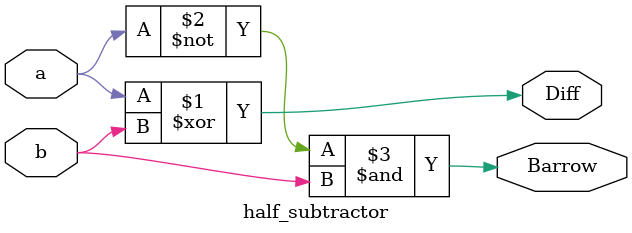
<source format=v>
`timescale 1ns / 1ps

module half_subtractor(
    input a,
    input b,
    output Diff,Barrow
    );
  assign Diff=a^b;
  assign Barrow=~a&b;
endmodule
</source>
